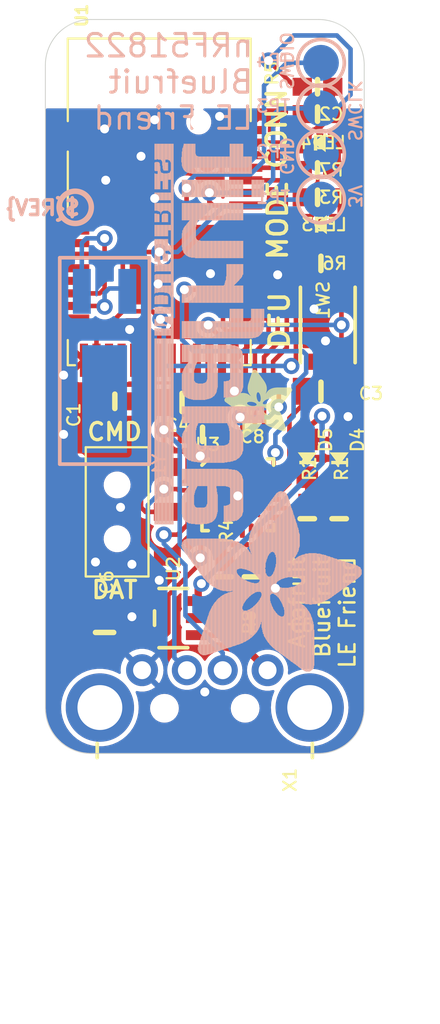
<source format=kicad_pcb>
(kicad_pcb (version 20221018) (generator pcbnew)
  (layers (0 "F.Cu" signal) (31 "B.Cu" signal) (34 "B.Paste" user) (35 "F.Paste" user) (36 "B.SilkS" user "B.Silkscreen") (37 "F.SilkS" user "F.Silkscreen") (38 "B.Mask" user) (39 "F.Mask" user) (44 "Edge.Cuts" user))
  (net 0 "")
  (net 1 "DCC")
  (net 2 "3.3V")
  (net 3 "GND")
  (net 4 "DEC2")
  (net 5 "N$3")
  (net 6 "TXD")
  (net 7 "RTS")
  (net 8 "CTS")
  (net 9 "SWCLK")
  (net 10 "SWDIO")
  (net 11 "RXD")
  (net 12 "MODE")
  (net 13 "N$10")
  (net 14 "BOOTLOADER")
  (net 15 "N$12")
  (net 16 "N$11")
  (net 17 "N$13")
  (net 18 "N$14")
  (net 19 "+5V")
  (net 20 "N$4")
  (net 21 "N$15")
  (net 22 "N$5")
  (net 23 "N$1")
  (net 24 "N$8")
  (net 25 "N$2")
  (net 26 "N$6")
  (net 27 "N$7")
  (footprint "working:EG1390" (layer "F.Cu") (at 143.6116 111.9886 -90)
    (fp_text reference "SW2" hide)
    (fp_text value "EG1213")
    (pad "" np_thru_hole circle (at -1.5 0 270) (size 1 1) (drill 1) (layers "*.Cu" "*.Mask"))
    (pad "" np_thru_hole circle (at 1.5 0 270) (size 1 1) (drill 1) (layers "*.Cu" "*.Mask"))
    (pad "O1" smd rect (at -2.5 -2.8 270) (size 1 1.5) (layers "F.Cu" "F.Paste" "F.Mask") (net 2 "3.3V"))
    (pad "O2" smd rect (at -2.5 2.8 270) (size 1 1.5) (layers "F.Cu" "F.Paste" "F.Mask"))
    (pad "P1" smd rect (at 0 -2.8 270) (size 1 1.5) (layers "F.Cu" "F.Paste" "F.Mask") (net 12 "MODE"))
    (pad "P2" smd rect (at 0 2.8 270) (size 1 1.5) (layers "F.Cu" "F.Paste" "F.Mask"))
    (pad "S1" smd rect (at 2.5 -2.8 270) (size 1 1.5) (layers "F.Cu" "F.Paste" "F.Mask") (net 3 "GND"))
    (pad "S2" smd rect (at 2.5 2.8 270) (size 1 1.5) (layers "F.Cu" "F.Paste" "F.Mask"))
  )
  (footprint "working:0805-NO" (layer "F.Cu") (at 151.1173 118.1862)
    (fp_text reference "C5" (at 2.032 0.127) (layer "F.SilkS") (effects (font (size 0.692831 0.692831) (thickness 0.119969)) (justify left)))
    (fp_text value "10uF")
    (pad "1" smd rect (at -0.95 0) (size 1.24 1.5) (layers "F.Cu" "F.Paste" "F.Mask") (net 19 "+5V"))
    (pad "2" smd rect (at 0.95 0) (size 1.24 1.5) (layers "F.Cu" "F.Paste" "F.Mask") (net 3 "GND"))
  )
  (footprint "working:CHIPLED_0805_NOOUTLINE" (layer "F.Cu") (at 155.9941 109.0041 180)
    (fp_text reference "D4" (at -1.016 1.778 90) (layer "F.SilkS") (effects (font (size 0.692831 0.692831) (thickness 0.119969)) (justify right)))
    (fp_text value "YELLOW")
    (pad "A" smd rect (at 0 1.05 180) (size 1.2 1.2) (layers "F.Cu" "F.Paste" "F.Mask") (net 19 "+5V"))
    (pad "C" smd rect (at 0 -1.05 180) (size 1.2 1.2) (layers "F.Cu" "F.Paste" "F.Mask") (net 25 "N$2"))
  )
  (footprint "working:0603-NO" (layer "F.Cu") (at 155.9941 112.3696 90)
    (fp_text reference "R1" (at 2.032 0.127 90) (layer "F.SilkS") (effects (font (size 0.692831 0.692831) (thickness 0.119969)) (justify left)))
    (fp_text value "1K")
    (pad "1" smd rect (at -0.85 0 90) (size 1.075 1) (layers "F.Cu" "F.Paste" "F.Mask") (net 21 "N$15"))
    (pad "2" smd rect (at 0.85 0 90) (size 1.075 1) (layers "F.Cu" "F.Paste" "F.Mask") (net 25 "N$2"))
  )
  (footprint "working:0603-NO" (layer "F.Cu") (at 154.2161 112.3696 90)
    (fp_text reference "R2" (at 2.032 0.127 90) (layer "F.SilkS") (effects (font (size 0.692831 0.692831) (thickness 0.119969)) (justify left)))
    (fp_text value "1K")
    (pad "1" smd rect (at -0.85 0 90) (size 1.075 1) (layers "F.Cu" "F.Paste" "F.Mask") (net 22 "N$5"))
    (pad "2" smd rect (at 0.85 0 90) (size 1.075 1) (layers "F.Cu" "F.Paste" "F.Mask") (net 26 "N$6"))
  )
  (footprint "working:0603-NO" (layer "F.Cu") (at 148.3741 107.6706)
    (fp_text reference "C8" (at 2.032 0.127) (layer "F.SilkS") (effects (font (size 0.692831 0.692831) (thickness 0.119969)) (justify left)))
    (fp_text value "1uF")
    (pad "1" smd rect (at -0.85 0) (size 1.075 1) (layers "F.Cu" "F.Paste" "F.Mask") (net 2 "3.3V"))
    (pad "2" smd rect (at 0.85 0) (size 1.075 1) (layers "F.Cu" "F.Paste" "F.Mask") (net 3 "GND"))
  )
  (footprint "working:0603-NO" (layer "F.Cu") (at 151.1046 115.6081 -90)
    (fp_text reference "R8" (at 1.778 0.127 90) (layer "F.SilkS") (effects (font (size 0.692831 0.692831) (thickness 0.119969)) (justify right)))
    (fp_text value "20K")
    (pad "1" smd rect (at -0.85 0 270) (size 1.075 1) (layers "F.Cu" "F.Paste" "F.Mask") (net 27 "N$7"))
    (pad "2" smd rect (at 0.85 0 270) (size 1.075 1) (layers "F.Cu" "F.Paste" "F.Mask") (net 3 "GND"))
  )
  (footprint "working:BTN_KMR2_4.6X2.8" (layer "F.Cu") (at 155.3591 101.5746 -90)
    (fp_text reference "SW1" (at -0.254 0.254 -270) (layer "F.SilkS") (effects (font (size 0.692831 0.692831) (thickness 0.119969)) (justify right mirror)))
    (fp_text value "KMR2")
    (pad "A" smd rect (at 2.05 -0.8 270) (size 0.9 0.9) (layers "F.Cu" "F.Paste" "F.Mask") (net 14 "BOOTLOADER"))
    (pad "A'" smd rect (at -2.05 -0.8 270) (size 0.9 0.9) (layers "F.Cu" "F.Paste" "F.Mask") (net 14 "BOOTLOADER"))
    (pad "B" smd rect (at 2.05 0.8 270) (size 0.9 0.9) (layers "F.Cu" "F.Paste" "F.Mask") (net 3 "GND"))
    (pad "B'" smd rect (at -2.05 0.8 270) (size 0.9 0.9) (layers "F.Cu" "F.Paste" "F.Mask") (net 3 "GND"))
  )
  (footprint "working:0603-NO" (layer "F.Cu") (at 154.7876 94.4626 180)
    (fp_text reference "R3" (at -1.524 0) (layer "F.SilkS") (effects (font (size 0.692831 0.692831) (thickness 0.119969)) (justify left mirror)))
    (fp_text value "1K")
    (pad "1" smd rect (at -0.85 0 180) (size 1.075 1) (layers "F.Cu" "F.Paste" "F.Mask") (net 5 "N$3"))
    (pad "2" smd rect (at 0.85 0 180) (size 1.075 1) (layers "F.Cu" "F.Paste" "F.Mask") (net 13 "N$10"))
  )
  (footprint "working:BLE_MODULE_RAYTAC_MDBT40" (layer "F.Cu") (at 145.9611 94.7166)
    (fp_text reference "U1" (at -4.318 -9.652 90) (layer "F.SilkS") (effects (font (size 0.625348 0.625348) (thickness 0.187452)) (justify left)))
    (fp_text value "MDBT40")
    (pad "" np_thru_hole circle (at 2.2 -4.45) (size 0.9 0.9) (drill 0.9) (layers "*.Cu" "*.Mask"))
    (pad "1" smd rect (at -4.825 -4) (size 1.85 0.45) (layers "F.Cu" "F.Paste" "F.Mask") (net 3 "GND"))
    (pad "2" smd rect (at -4.825 -3.3) (size 1.85 0.45) (layers "F.Cu" "F.Paste" "F.Mask") (net 3 "GND"))
    (pad "3" smd rect (at -4.825 0.9) (size 1.85 0.45) (layers "F.Cu" "F.Paste" "F.Mask") (net 2 "3.3V"))
    (pad "4" smd rect (at -4.825 1.6) (size 1.85 0.45) (layers "F.Cu" "F.Paste" "F.Mask"))
    (pad "5" smd rect (at -4.825 2.3) (size 1.85 0.45) (layers "F.Cu" "F.Paste" "F.Mask"))
    (pad "6" smd rect (at -4.825 3) (size 1.85 0.45) (layers "F.Cu" "F.Paste" "F.Mask"))
    (pad "7" smd rect (at -4.825 3.7) (size 1.85 0.45) (layers "F.Cu" "F.Paste" "F.Mask"))
    (pad "8" smd rect (at -4.825 4.4) (size 1.85 0.45) (layers "F.Cu" "F.Paste" "F.Mask"))
    (pad "9" smd rect (at -4.825 5.1) (size 1.85 0.45) (layers "F.Cu" "F.Paste" "F.Mask") (net 17 "N$13"))
    (pad "10" smd rect (at -4.825 5.8) (size 1.85 0.45) (layers "F.Cu" "F.Paste" "F.Mask") (net 18 "N$14"))
    (pad "11" smd rect (at -4.825 6.5) (size 1.85 0.45) (layers "F.Cu" "F.Paste" "F.Mask"))
    (pad "12" smd rect (at -4.825 7.2) (size 1.85 0.45) (layers "F.Cu" "F.Paste" "F.Mask"))
    (pad "13" smd rect (at -4.2 8.825 90) (size 1.85 0.45) (layers "F.Cu" "F.Paste" "F.Mask") (net 3 "GND"))
    (pad "14" smd rect (at -3.5 8.825 90) (size 1.85 0.45) (layers "F.Cu" "F.Paste" "F.Mask") (net 2 "3.3V"))
    (pad "15" smd rect (at -2.8 8.825 90) (size 1.85 0.45) (layers "F.Cu" "F.Paste" "F.Mask") (net 1 "DCC"))
    (pad "16" smd rect (at -2.1 8.825 90) (size 1.85 0.45) (layers "F.Cu" "F.Paste" "F.Mask") (net 3 "GND"))
    (pad "17" smd rect (at -1.4 8.825 90) (size 1.85 0.45) (layers "F.Cu" "F.Paste" "F.Mask"))
    (pad "18" smd rect (at -0.7 8.825 90) (size 1.85 0.45) (layers "F.Cu" "F.Paste" "F.Mask") (net 12 "MODE"))
    (pad "19" smd rect (at 0 8.825 90) (size 1.85 0.45) (layers "F.Cu" "F.Paste" "F.Mask"))
    (pad "20" smd rect (at 0.7 8.825 90) (size 1.85 0.45) (layers "F.Cu" "F.Paste" "F.Mask"))
    (pad "21" smd rect (at 1.4 8.825 90) (size 1.85 0.45) (layers "F.Cu" "F.Paste" "F.Mask"))
    (pad "22" smd rect (at 2.1 8.825 90) (size 1.85 0.45) (layers "F.Cu" "F.Paste" "F.Mask"))
    (pad "23" smd rect (at 2.8 8.825 90) (size 1.85 0.45) (layers "F.Cu" "F.Paste" "F.Mask"))
    (pad "24" smd rect (at 3.5 8.825 90) (size 1.85 0.45) (layers "F.Cu" "F.Paste" "F.Mask") (net 14 "BOOTLOADER"))
    (pad "25" smd rect (at 4.2 8.825 90) (size 1.85 0.45) (layers "F.Cu" "F.Paste" "F.Mask") (net 3 "GND"))
    (pad "26" smd rect (at 4.825 7.2) (size 1.85 0.45) (layers "F.Cu" "F.Paste" "F.Mask") (net 7 "RTS"))
    (pad "27" smd rect (at 4.825 6.5) (size 1.85 0.45) (layers "F.Cu" "F.Paste" "F.Mask") (net 6 "TXD"))
    (pad "28" smd rect (at 4.825 5.8) (size 1.85 0.45) (layers "F.Cu" "F.Paste" "F.Mask") (net 8 "CTS"))
    (pad "29" smd rect (at 4.825 5.1) (size 1.85 0.45) (layers "F.Cu" "F.Paste" "F.Mask") (net 11 "RXD"))
    (pad "30" smd rect (at 4.825 4.4) (size 1.85 0.45) (layers "F.Cu" "F.Paste" "F.Mask"))
    (pad "31" smd rect (at 4.825 3.7) (size 1.85 0.45) (layers "F.Cu" "F.Paste" "F.Mask"))
    (pad "32" smd rect (at 4.825 3) (size 1.85 0.45) (layers "F.Cu" "F.Paste" "F.Mask"))
    (pad "33" smd rect (at 4.825 2.3) (size 1.85 0.45) (layers "F.Cu" "F.Paste" "F.Mask"))
    (pad "34" smd rect (at 4.825 1.6) (size 1.85 0.45) (layers "F.Cu" "F.Paste" "F.Mask"))
    (pad "35" smd rect (at 4.825 0.9) (size 1.85 0.45) (layers "F.Cu" "F.Paste" "F.Mask") (net 10 "SWDIO"))
    (pad "36" smd rect (at 4.825 0.2) (size 1.85 0.45) (layers "F.Cu" "F.Paste" "F.Mask") (net 9 "SWCLK"))
    (pad "37" smd rect (at 4.825 -0.5) (size 1.85 0.45) (layers "F.Cu" "F.Paste" "F.Mask"))
    (pad "38" smd rect (at 4.825 -1.2) (size 1.85 0.45) (layers "F.Cu" "F.Paste" "F.Mask") (net 13 "N$10"))
    (pad "39" smd rect (at 4.825 -1.9) (size 1.85 0.45) (layers "F.Cu" "F.Paste" "F.Mask") (net 16 "N$11"))
    (pad "40" smd rect (at 4.825 -2.6) (size 1.85 0.45) (layers "F.Cu" "F.Paste" "F.Mask"))
    (pad "41" smd rect (at 4.825 -3.3) (size 1.85 0.45) (layers "F.Cu" "F.Paste" "F.Mask") (net 4 "DEC2"))
    (pad "42" smd rect (at 4.825 -4) (size 1.85 0.45) (layers "F.Cu" "F.Paste" "F.Mask") (net 3 "GND"))
  )
  (footprint "working:CHIPLED_0805_NOOUTLINE" (layer "F.Cu") (at 154.9781 95.9866 90)
    (fp_text reference "LED3" (at 0 1.524 180) (layer "F.SilkS") (effects (font (size 0.692831 0.692831) (thickness 0.119969)) (justify left mirror)))
    (fp_text value "RED")
    (pad "A" smd rect (at 0 1.05 90) (size 1.2 1.2) (layers "F.Cu" "F.Paste" "F.Mask") (net 5 "N$3"))
    (pad "C" smd rect (at 0 -1.05 90) (size 1.2 1.2) (layers "F.Cu" "F.Paste" "F.Mask") (net 3 "GND"))
  )
  (footprint "working:0805-NO" (layer "F.Cu") (at 147.2311 105.8926)
    (fp_text reference "C4" (at 0.508 1.27) (layer "F.SilkS") (effects (font (size 0.692831 0.692831) (thickness 0.119969)) (justify right)))
    (fp_text value "10uF")
    (pad "1" smd rect (at -0.95 0) (size 1.24 1.5) (layers "F.Cu" "F.Paste" "F.Mask") (net 2 "3.3V"))
    (pad "2" smd rect (at 0.95 0) (size 1.24 1.5) (layers "F.Cu" "F.Paste" "F.Mask") (net 3 "GND"))
  )
  (footprint "working:0603-NO" (layer "F.Cu") (at 154.9781 98.1456)
    (fp_text reference "R6" (at 1.524 0) (layer "F.SilkS") (effects (font (size 0.692831 0.692831) (thickness 0.119969)) (justify left mirror)))
    (fp_text value "10K")
    (pad "1" smd rect (at -0.85 0) (size 1.075 1) (layers "F.Cu" "F.Paste" "F.Mask") (net 2 "3.3V"))
    (pad "2" smd rect (at 0.85 0) (size 1.075 1) (layers "F.Cu" "F.Paste" "F.Mask") (net 14 "BOOTLOADER"))
  )
  (footprint "working:0805-NO" (layer "F.Cu") (at 142.9131 118.7069 90)
    (fp_text reference "C6" (at 2.032 0.127 90) (layer "F.SilkS") (effects (font (size 0.692831 0.692831) (thickness 0.119969)) (justify left)))
    (fp_text value "10uF")
    (pad "1" smd rect (at -0.95 0 90) (size 1.24 1.5) (layers "F.Cu" "F.Paste" "F.Mask") (net 2 "3.3V"))
    (pad "2" smd rect (at 0.95 0 90) (size 1.24 1.5) (layers "F.Cu" "F.Paste" "F.Mask") (net 3 "GND"))
  )
  (footprint "working:SOT23-5" (layer "F.Cu") (at 146.7485 117.9068 90)
    (fp_text reference "U2" (at 1.978 0 90) (layer "F.SilkS") (effects (font (size 0.692831 0.692831) (thickness 0.119969)) (justify left)))
    (fp_text value "AP2112K-3.3")
    (pad "1" smd rect (at -0.95 1.3001 90) (size 0.55 1.2) (layers "F.Cu" "F.Paste" "F.Mask") (net 19 "+5V"))
    (pad "2" smd rect (at 0 1.3001 90) (size 0.55 1.2) (layers "F.Cu" "F.Paste" "F.Mask") (net 3 "GND"))
    (pad "3" smd rect (at 0.95 1.3001 90) (size 0.55 1.2) (layers "F.Cu" "F.Paste" "F.Mask") (net 19 "+5V"))
    (pad "4" smd rect (at 0.95 -1.3001 90) (size 0.55 1.2) (layers "F.Cu" "F.Paste" "F.Mask"))
    (pad "5" smd rect (at -0.95 -1.3001 90) (size 0.55 1.2) (layers "F.Cu" "F.Paste" "F.Mask") (net 2 "3.3V"))
  )
  (footprint "working:0805-NO" (layer "F.Cu") (at 154.9781 105.2703)
    (fp_text reference "C3" (at 2.032 0.127) (layer "F.SilkS") (effects (font (size 0.692831 0.692831) (thickness 0.119969)) (justify left)))
    (fp_text value "10uF")
    (pad "1" smd rect (at -0.95 0) (size 1.24 1.5) (layers "F.Cu" "F.Paste" "F.Mask") (net 20 "N$4"))
    (pad "2" smd rect (at 0.95 0) (size 1.24 1.5) (layers "F.Cu" "F.Paste" "F.Mask") (net 3 "GND"))
  )
  (footprint "working:0603-NO" (layer "F.Cu") (at 154.7876 88.3031)
    (fp_text reference "R5" (at -2.54 0 90) (layer "F.SilkS") (effects (font (size 0.692831 0.692831) (thickness 0.119969)) (justify left)))
    (fp_text value "10K")
    (pad "1" smd rect (at -0.85 0) (size 1.075 1) (layers "F.Cu" "F.Paste" "F.Mask") (net 9 "SWCLK"))
    (pad "2" smd rect (at 0.85 0) (size 1.075 1) (layers "F.Cu" "F.Paste" "F.Mask") (net 3 "GND"))
  )
  (footprint "working:0603-NO" (layer "F.Cu") (at 149.5806 115.6081 90)
    (fp_text reference "R4" (at 1.778 0.127 90) (layer "F.SilkS") (effects (font (size 0.692831 0.692831) (thickness 0.119969)) (justify left)))
    (fp_text value "10K")
    (pad "1" smd rect (at -0.85 0 90) (size 1.075 1) (layers "F.Cu" "F.Paste" "F.Mask") (net 19 "+5V"))
    (pad "2" smd rect (at 0.85 0 90) (size 1.075 1) (layers "F.Cu" "F.Paste" "F.Mask") (net 27 "N$7"))
  )
  (footprint "working:CHIPLED_0805_NOOUTLINE" (layer "F.Cu") (at 154.9146 91.4146 90)
    (fp_text reference "LED4" (at 0 1.524 180) (layer "F.SilkS") (effects (font (size 0.692831 0.692831) (thickness 0.119969)) (justify left mirror)))
    (fp_text value "BLUE")
    (pad "A" smd rect (at 0 1.05 90) (size 1.2 1.2) (layers "F.Cu" "F.Paste" "F.Mask") (net 15 "N$12"))
    (pad "C" smd rect (at 0 -1.05 90) (size 1.2 1.2) (layers "F.Cu" "F.Paste" "F.Mask") (net 3 "GND"))
  )
  (footprint "working:CHIPLED_0805_NOOUTLINE" (layer "F.Cu") (at 154.2161 109.0041 180)
    (fp_text reference "D5" (at -1.016 1.778 90) (layer "F.SilkS") (effects (font (size 0.692831 0.692831) (thickness 0.119969)) (justify right)))
    (fp_text value "YELLOW")
    (pad "A" smd rect (at 0 1.05 180) (size 1.2 1.2) (layers "F.Cu" "F.Paste" "F.Mask") (net 19 "+5V"))
    (pad "C" smd rect (at 0 -1.05 180) (size 1.2 1.2) (layers "F.Cu" "F.Paste" "F.Mask") (net 26 "N$6"))
  )
  (footprint "working:FIDUCIAL_1MM" (layer "F.Cu") (at 148.6281 92.5576)
    (fp_text reference "FID1" hide)
    (fp_text value "FIDUCIAL_1MM" hide)
    (pad "1" smd roundrect (at 0 0) (size 1 1) (layers "F.Cu" "F.Mask") (roundrect_rratio 0.5))
  )
  (footprint "working:ADAFRUIT_3.5MM" (layer "F.Cu") (at 153.3906 107.8611 90)
    (fp_text reference "U$31" hide)
    (fp_text value "" hide)
  )
  (footprint "working:QFN24_4MM_SMSC" (layer "F.Cu") (at 150.3426 111.0361)
    (fp_text reference "U3" (at -2.45 -2.8) (layer "F.SilkS") (effects (font (size 0.692831 0.692831) (thickness 0.119969)) (justify left)))
    (fp_text value "CP210x")
    (pad "1" smd roundrect (at -2 -1.25 180) (size 0.8 0.28) (layers "F.Cu" "F.Paste" "F.Mask"))
    (pad "2" smd roundrect (at -2 -0.75 180) (size 0.8 0.28) (layers "F.Cu" "F.Paste" "F.Mask") (net 3 "GND"))
    (pad "3" smd roundrect (at -2 -0.25 180) (size 0.8 0.28) (layers "F.Cu" "F.Paste" "F.Mask") (net 24 "N$8"))
    (pad "4" smd roundrect (at -2 0.25 180) (size 0.8 0.28) (layers "F.Cu" "F.Paste" "F.Mask") (net 23 "N$1"))
    (pad "5" smd roundrect (at -2 0.75 180) (size 0.8 0.28) (layers "F.Cu" "F.Paste" "F.Mask") (net 2 "3.3V"))
    (pad "6" smd roundrect (at -2 1.25 180) (size 0.8 0.28) (layers "F.Cu" "F.Paste" "F.Mask") (net 2 "3.3V"))
    (pad "7" smd roundrect (at -1.25 2 90) (size 0.8 0.28) (layers "F.Cu" "F.Paste" "F.Mask") (net 2 "3.3V"))
    (pad "8" smd roundrect (at -0.75 2 90) (size 0.8 0.28) (layers "F.Cu" "F.Paste" "F.Mask") (net 27 "N$7"))
    (pad "9" smd roundrect (at -0.25 2 90) (size 0.8 0.28) (layers "F.Cu" "F.Paste" "F.Mask"))
    (pad "10" smd roundrect (at 0.25 2 90) (size 0.8 0.28) (layers "F.Cu" "F.Paste" "F.Mask"))
    (pad "11" smd roundrect (at 0.75 2 90) (size 0.8 0.28) (layers "F.Cu" "F.Paste" "F.Mask"))
    (pad "12" smd roundrect (at 1.25 2 90) (size 0.8 0.28) (layers "F.Cu" "F.Paste" "F.Mask"))
    (pad "13" smd roundrect (at 2 1.25) (size 0.8 0.28) (layers "F.Cu" "F.Paste" "F.Mask") (net 21 "N$15"))
    (pad "14" smd roundrect (at 2 0.75) (size 0.8 0.28) (layers "F.Cu" "F.Paste" "F.Mask") (net 22 "N$5"))
    (pad "15" smd roundrect (at 2 0.25) (size 0.8 0.28) (layers "F.Cu" "F.Paste" "F.Mask"))
    (pad "16" smd roundrect (at 2 -0.25) (size 0.8 0.28) (layers "F.Cu" "F.Paste" "F.Mask") (net 20 "N$4"))
    (pad "17" smd roundrect (at 2 -0.75) (size 0.8 0.28) (layers "F.Cu" "F.Paste" "F.Mask"))
    (pad "18" smd roundrect (at 2 -1.25) (size 0.8 0.28) (layers "F.Cu" "F.Paste" "F.Mask") (net 7 "RTS"))
    (pad "19" smd roundrect (at 1.25 -2 270) (size 0.8 0.28) (layers "F.Cu" "F.Paste" "F.Mask") (net 8 "CTS"))
    (pad "20" smd roundrect (at 0.75 -2 270) (size 0.8 0.28) (layers "F.Cu" "F.Paste" "F.Mask") (net 6 "TXD"))
    (pad "21" smd roundrect (at 0.25 -2 270) (size 0.8 0.28) (layers "F.Cu" "F.Paste" "F.Mask") (net 11 "RXD"))
    (pad "22" smd roundrect (at -0.25 -2 270) (size 0.8 0.28) (layers "F.Cu" "F.Paste" "F.Mask"))
    (pad "23" smd roundrect (at -0.75 -2 270) (size 0.8 0.28) (layers "F.Cu" "F.Paste" "F.Mask"))
    (pad "24" smd roundrect (at -1.25 -2 270) (size 0.8 0.28) (layers "F.Cu" "F.Paste" "F.Mask"))
    (pad "THERM" smd rect (at 0 0) (size 2.5 2.5) (layers "F.Cu" "F.Mask") (net 3 "GND"))
  )
  (footprint "working:USB_A-THM" (layer "F.Cu") (at 148.5011 122.9106 180)
    (fp_text reference "X1" (at -4.75 -3.272 90) (layer "F.SilkS") (effects (font (size 0.692831 0.692831) (thickness 0.119969)) (justify right)))
    (fp_text value "USB-A")
    (pad "" np_thru_hole circle (at -2.25 -0.022 180) (size 1.1 1.1) (drill 1.1) (layers "*.Cu" "*.Mask"))
    (pad "" np_thru_hole circle (at 2.25 -0.022 180) (size 1.1 1.1) (drill 1.1) (layers "*.Cu" "*.Mask"))
    (pad "D+" thru_hole circle (at 1 2.1 90) (size 1.6764 1.6764) (drill 1) (layers "*.Cu" "*.Mask") (net 24 "N$8"))
    (pad "D-" thru_hole circle (at -1 2.1 90) (size 1.6764 1.6764) (drill 1) (layers "*.Cu" "*.Mask") (net 23 "N$1"))
    (pad "GND" thru_hole circle (at 3.5 2.1 180) (size 1.778 1.778) (drill 1) (layers "*.Cu" "*.Mask") (net 3 "GND"))
    (pad "MNT1" thru_hole circle (at -5.85 0.02 180) (size 3.81 3.81) (drill 2.5) (layers "*.Cu" "*.Mask"))
    (pad "MNT2" thru_hole circle (at 5.85 0.02 180) (size 3.81 3.81) (drill 2.5) (layers "*.Cu" "*.Mask"))
    (pad "VBUS" thru_hole circle (at -3.5 2.1 180) (size 1.778 1.778) (drill 1) (layers "*.Cu" "*.Mask") (net 19 "+5V"))
  )
  (footprint "working:0603-NO" (layer "F.Cu") (at 154.7876 92.9386 180)
    (fp_text reference "R7" (at -1.524 0) (layer "F.SilkS") (effects (font (size 0.692831 0.692831) (thickness 0.119969)) (justify left mirror)))
    (fp_text value "1K")
    (pad "1" smd rect (at -0.85 0 180) (size 1.075 1) (layers "F.Cu" "F.Paste" "F.Mask") (net 15 "N$12"))
    (pad "2" smd rect (at 0.85 0 180) (size 1.075 1) (layers "F.Cu" "F.Paste" "F.Mask") (net 16 "N$11"))
  )
  (footprint "working:FIDUCIAL_1MM" (layer "F.Cu") (at 140.8811 117.8306)
    (fp_text reference "FID2" hide)
    (fp_text value "FIDUCIAL_1MM" hide)
    (pad "1" smd roundrect (at 0 0) (size 1 1) (layers "F.Cu" "F.Mask") (roundrect_rratio 0.5))
  )
  (footprint "working:0603-NO" (layer "F.Cu") (at 143.4846 105.8291)
    (fp_text reference "C1" (at -2.286 0 90) (layer "F.SilkS") (effects (font (size 0.692831 0.692831) (thickness 0.119969)) (justify right)))
    (fp_text value "1uF")
    (pad "1" smd rect (at -0.85 0) (size 1.075 1) (layers "F.Cu" "F.Paste" "F.Mask") (net 2 "3.3V"))
    (pad "2" smd rect (at 0.85 0) (size 1.075 1) (layers "F.Cu" "F.Paste" "F.Mask") (net 3 "GND"))
  )
  (footprint "working:0603-NO" (layer "F.Cu") (at 154.7876 89.8271)
    (fp_text reference "C2" (at 1.524 0) (layer "F.SilkS") (effects (font (size 0.692831 0.692831) (thickness 0.119969)) (justify left mirror)))
    (fp_text value "1uF")
    (pad "1" smd rect (at -0.85 0) (size 1.075 1) (layers "F.Cu" "F.Paste" "F.Mask") (net 4 "DEC2"))
    (pad "2" smd rect (at 0.85 0) (size 1.075 1) (layers "F.Cu" "F.Paste" "F.Mask") (net 3 "GND"))
  )
  (footprint "working:TESTPOINT_ROUND_2MM" (layer "B.Cu") (at 154.9781 94.5896 180)
    (fp_text reference "TP1" (at 1.651 0.127) (layer "B.SilkS") (effects (font (size 0.692831 0.692831) (thickness 0.119969)) (justify left mirror)))
    (fp_text value "")
    (pad "P$1" smd roundrect (at 0 0 180) (size 2 2) (layers "B.Cu" "B.Mask") (roundrect_rratio 0.5) (net 2 "3.3V"))
  )
  (footprint "working:PCBFEAT-REV-040" (layer "B.Cu") (at 141.2748 95.0214 180)
    (fp_text reference "U$16" hide)
    (fp_text value "" hide)
    (fp_text user "${REV}" (at -0.3556 -0.508) (layer "B.SilkS") (effects (font (size 0.8128 0.8128) (thickness 0.2032)) (justify left bottom mirror)))
  )
  (footprint "working:ADAFRUIT_TEXT_30MM" (layer "B.Cu") (at 145.7071 121.1326 90)
    (fp_text reference "U$22" hide)
    (fp_text value "" hide)
  )
  (footprint "working:CRYSTAL_CYL_2X6MM_SMT" (layer "B.Cu") (at 142.9131 101.8286 90)
    (fp_text reference "Y1" (at -6.85 3.04 90) (layer "B.SilkS") (effects (font (size 0.692831 0.692831) (thickness 0.119969)) (justify left mirror)))
    (fp_text value "DNC")
    (pad "1" smd rect (at 2.125 1.27 90) (size 2.5 1) (layers "B.Cu" "B.Paste" "B.Mask") (net 18 "N$14"))
    (pad "2" smd rect (at 2.125 -1.27 90) (size 2.5 1) (layers "B.Cu" "B.Paste" "B.Mask") (net 17 "N$13"))
    (pad "CYLINDER" smd rect (at -3.875 0 90) (size 6 2.5) (layers "B.Cu" "B.Paste" "B.Mask"))
  )
  (footprint "working:TESTPOINT_ROUND_2MM" (layer "B.Cu") (at 154.9781 86.9696 180)
    (fp_text reference "TP4" (at 1.651 0.127) (layer "B.SilkS") (effects (font (size 0.692831 0.692831) (thickness 0.119969)) (justify left mirror)))
    (fp_text value "")
    (pad "P$1" smd roundrect (at 0 0 180) (size 2 2) (layers "B.Cu" "B.Mask") (roundrect_rratio 0.5) (net 10 "SWDIO"))
  )
  (footprint "working:TESTPOINT_ROUND_2MM" (layer "B.Cu") (at 154.9781 92.0496 180)
    (fp_text reference "TP2" (at 1.651 0.127) (layer "B.SilkS") (effects (font (size 0.692831 0.692831) (thickness 0.119969)) (justify left mirror)))
    (fp_text value "")
    (pad "P$1" smd roundrect (at 0 0 180) (size 2 2) (layers "B.Cu" "B.Mask") (roundrect_rratio 0.5) (net 3 "GND"))
  )
  (footprint "working:TESTPOINT_ROUND_2MM" (layer "B.Cu") (at 154.9781 89.5096 180)
    (fp_text reference "TP3" (at 1.651 0.127) (layer "B.SilkS") (effects (font (size 0.692831 0.692831) (thickness 0.119969)) (justify left mirror)))
    (fp_text value "")
    (pad "P$1" smd roundrect (at 0 0 180) (size 2 2) (layers "B.Cu" "B.Mask") (roundrect_rratio 0.5) (net 9 "SWCLK"))
  )
  (gr_line (start 139.6111 87.0966) (end 139.6111 122.9106) (stroke (width 0.05)) (layer "Edge.Cuts"))
  (gr_line (start 157.3911 122.9106) (end 157.3911 87.0966) (stroke (width 0.05)) (layer "Edge.Cuts"))
  (gr_arc (start 154.8511 84.5566) (mid 156.647151 85.300549) (end 157.3911 87.0966) (stroke (width 0.05)) (layer "Edge.Cuts"))
  (gr_line (start 142.1511 125.4506) (end 154.8511 125.4506) (stroke (width 0.05)) (layer "Edge.Cuts"))
  (gr_arc (start 157.3911 122.9106) (mid 156.647151 124.706651) (end 154.8511 125.4506) (stroke (width 0.05)) (layer "Edge.Cuts"))
  (gr_arc (start 139.6111 87.0966) (mid 140.355049 85.300549) (end 142.1511 84.5566) (stroke (width 0.05)) (layer "Edge.Cuts"))
  (gr_arc (start 142.1511 125.4506) (mid 140.355049 124.706651) (end 139.6111 122.9106) (stroke (width 0.05)) (layer "Edge.Cuts"))
  (gr_line (start 154.8511 84.5566) (end 142.1511 84.5566) (stroke (width 0.05)) (layer "Edge.Cuts"))
  (gr_text "nRF51822 \nBluefruit\nLE Friend" (at 151.2951 90.7796) (layer "B.SilkS") (effects (font (size 1.251712 1.251712) (thickness 0.170688)) (justify left bottom mirror)))
  (gr_text "3V" (at 157.2641 93.7006 -90) (layer "B.SilkS") (effects (font (size 0.69088 0.69088) (thickness 0.12192)) (justify right top mirror)))
  (gr_text "SWDIO" (at 153.4541 85.1916 -90) (layer "B.SilkS") (effects (font (size 0.69088 0.69088) (thickness 0.12192)) (justify right top mirror)))
  (gr_text "GND" (at 153.4541 91.0336 -90) (layer "B.SilkS") (effects (font (size 0.69088 0.69088) (thickness 0.12192)) (justify right top mirror)))
  (gr_text "SWCLK" (at 157.2641 87.8586 -90) (layer "B.SilkS") (effects (font (size 0.69088 0.69088) (thickness 0.12192)) (justify right top mirror)))
  (gr_text "MODE" (at 152.5651 95.7326 90) (layer "F.SilkS") (effects (font (size 1.0668 1.0668) (thickness 0.2032))))
  (gr_text "CONN" (at 152.5016 90.6526 90) (layer "F.SilkS") (effects (font (size 1.0668 1.0668) (thickness 0.2032))))
  (gr_text "DAT" (at 143.4719 116.332) (layer "F.SilkS") (effects (font (size 0.96012 0.96012) (thickness 0.18288))))
  (gr_text "Adafruit\nBluefruit\nLE Friend" (at 155.0416 114.4016 90) (layer "F.SilkS") (effects (font (size 0.87376 0.87376) (thickness 0.14224)) (justify right)))
  (gr_text "CMD" (at 143.4719 107.5309) (layer "F.SilkS") (effects (font (size 0.96012 0.96012) (thickness 0.18288))))
  (gr_text "DFU" (at 152.6667 101.3206 90) (layer "F.SilkS") (effects (font (size 1.0668 1.0668) (thickness 0.2032))))
  (segment (start 146.2151 107.4166) (end 146.2811 105.8926) (width 0.254) (layer "F.Cu") (net 2))
  (segment (start 147.5241 107.6706) (end 146.4691 107.6706) (width 0.254) (layer "F.Cu") (net 2))
  (segment (start 148.3746 113.0361) (end 149.0926 113.0361) (width 0.254) (layer "F.Cu") (net 2))
  (segment (start 146.2151 107.4166) (end 146.2151 109.2921) (width 0.254) (layer "F.Cu") (net 2))
  (segment (start 146.3421 118.8466) (end 145.4586 118.8466) (width 0.254) (layer "F.Cu") (net 2))
  (segment (start 142.4611 103.5416) (end 142.4611 105.583235) (width 0.254) (layer "F.Cu") (net 2))
  (segment (start 142.9918 119.7356) (end 142.9131 119.6569) (width 0.3048) (layer "F.Cu") (net 2))
  (segment (start 146.4691 116.6241) (end 146.4691 118.7196) (width 0.254) (layer "F.Cu") (net 2))
  (segment (start 146.2151 109.2921) (end 146.4116 109.4886) (width 0.254) (layer "F.Cu") (net 2))
  (segment (start 153.5811 103.6066) (end 153.3271 103.8606) (width 0.254) (layer "F.Cu") (net 2))
  (segment (start 146.4691 107.6706) (end 146.2151 107.4166) (width 0.254) (layer "F.Cu") (net 2))
  (segment (start 154.1281 98.1456) (end 153.5811 98.6536) (width 0.254) (layer "F.Cu") (net 2))
  (segment (start 148.2791 114.5606) (end 148.2791 114.8141) (width 0.254) (layer "F.Cu") (net 2))
  (segment (start 146.4691 118.7196) (end 146.3421 118.8466) (width 0.254) (layer "F.Cu") (net 2))
  (segment (start 143.9291 100.8126) (end 143.9291 97.5106) (width 0.254) (layer "F.Cu") (net 2))
  (segment (start 143.9291 100.8126) (end 145.5801 100.8126) (width 0.254) (layer "F.Cu") (net 2))
  (segment (start 144.4904 118.8568) (end 143.6116 119.7356) (width 0.3048) (layer "F.Cu") (net 2))
  (segment (start 143.9291 97.5106) (end 143.9291 96.3676) (width 0.254) (layer "F.Cu") (net 2))
  (segment (start 148.3426 113.0041) (end 148.3746 113.0361) (width 0.254) (layer "F.Cu") (net 2))
  (segment (start 148.2791 114.8141) (end 146.4691 116.6241) (width 0.254) (layer "F.Cu") (net 2))
  (segment (start 143.6116 119.7356) (end 142.9918 119.7356) (width 0.3048) (layer "F.Cu") (net 2))
  (segment (start 148.3426 112.2861) (end 148.3426 113.0041) (width 0.254) (layer "F.Cu") (net 2))
  (segment (start 145.9611 97.5106) (end 143.9291 97.5106) (width 0.254) (layer "F.Cu") (net 2))
  (segment (start 141.1361 95.6166) (end 143.1781 95.6166) (width 0.254) (layer "F.Cu") (net 2))
  (segment (start 153.5811 98.6536) (end 153.5811 103.6066) (width 0.254) (layer "F.Cu") (net 2))
  (segment (start 148.2791 113.1316) (end 148.3746 113.0361) (width 0.254) (layer "F.Cu") (net 2))
  (segment (start 142.4611 102.2806) (end 143.9291 100.8126) (width 0.254) (layer "F.Cu") (net 2))
  (segment (start 145.4586 118.8466) (end 145.4484 118.8568) (width 0.254) (layer "F.Cu") (net 2))
  (segment (start 148.2791 114.5606) (end 148.2471 114.554) (width 0.254) (layer "F.Cu") (net 2))
  (segment (start 145.4484 118.8568) (end 144.4904 118.8568) (width 0.3048) (layer "F.Cu") (net 2))
  (segment (start 148.3426 111.7861) (end 148.3426 112.2861) (width 0.254) (layer "F.Cu") (net 2))
  (segment (start 143.1781 95.6166) (end 143.9291 96.3676) (width 0.254) (layer "F.Cu") (net 2))
  (segment (start 145.5801 100.8126) (end 146.0246 101.2571) (width 0.254) (layer "F.Cu") (net 2))
  (segment (start 148.2791 114.5606) (end 148.2791 113.1316) (width 0.254) (layer "F.Cu") (net 2))
  (segment (start 142.4611 103.5416) (end 142.4611 102.2806) (width 0.254) (layer "F.Cu") (net 2))
  (segment (start 142.4611 105.583235) (end 142.6346 105.8291) (width 0.254) (layer "F.Cu") (net 2))
  (via (at 148.2471 114.554) (size 0.9064) (drill 0.5) (layers "F.Cu" "B.Cu") (net 2))
  (via (at 145.9611 97.5106) (size 0.9064) (drill 0.5) (layers "F.Cu" "B.Cu") (net 2))
  (via (at 153.3271 103.8606) (size 0.9064) (drill 0.5) (layers "F.Cu" "B.Cu") (net 2))
  (via (at 146.0246 101.2571) (size 0.9064) (drill 0.5) (layers "F.Cu" "B.Cu") (net 2))
  (via (at 146.2151 107.4166) (size 0.9064) (drill 0.5) (layers "F.Cu" "B.Cu") (net 2))
  (segment (start 148.2471 114.554) (end 147.8661 114.554) (width 0.254) (layer "B.Cu") (net 2))
  (segment (start 147.1041 113.792) (end 147.1041 108.3056) (width 0.254) (layer "B.Cu") (net 2))
  (segment (start 153.3271 103.8606) (end 146.2151 103.8606) (width 0.254) (layer "B.Cu") (net 2))
  (segment (start 149.5171 94.9706) (end 146.9771 97.5106) (width 0.254) (layer "B.Cu") (net 2))
  (segment (start 151.8031 94.9706) (end 149.5171 94.9706) (width 0.254) (layer "B.Cu") (net 2))
  (segment (start 154.9781 94.5896) (end 152.1841 94.5896) (width 0.254) (layer "B.Cu") (net 2))
  (segment (start 146.2151 101.4476) (end 146.0246 101.2571) (width 0.254) (layer "B.Cu") (net 2))
  (segment (start 152.1841 94.5896) (end 151.8031 94.9706) (width 0.254) (layer "B.Cu") (net 2))
  (segment (start 147.1041 108.3056) (end 146.2151 107.4166) (width 0.254) (layer "B.Cu") (net 2))
  (segment (start 146.2151 101.4476) (end 146.2151 103.8606) (width 0.254) (layer "B.Cu") (net 2))
  (segment (start 147.8661 114.554) (end 147.1041 113.792) (width 0.254) (layer "B.Cu") (net 2))
  (segment (start 146.2151 103.8606) (end 146.2151 107.4166) (width 0.254) (layer "B.Cu") (net 2))
  (segment (start 146.9771 97.5106) (end 145.9611 97.5106) (width 0.254) (layer "B.Cu") (net 2))
  (segment (start 149.222275 110.2861) (end 148.3426 110.2861) (width 0.254) (layer "F.Cu") (net 3))
  (segment (start 154.7241 95.9866) (end 153.9281 95.9866) (width 0.2032) (layer "F.Cu") (net 3))
  (segment (start 154.7953 95.08885) (end 154.8511 95.14465) (width 0.2032) (layer "F.Cu") (net 3))
  (segment (start 150.3426 111.094232) (end 150.2671 111.176116) (width 0.254) (layer "F.Cu") (net 3))
  (segment (start 149.878321 110.787338) (end 149.222275 110.2861) (width 0.254) (layer "F.Cu") (net 3))
  (segment (start 155.6376 88.3031) (end 155.6376 89.8271) (width 0.254) (layer "F.Cu") (net 3))
  (segment (start 155.6376 89.8271) (end 155.299646 89.315054) (width 0.254) (layer "F.Cu") (net 3))
  (segment (start 150.2671 111.176116) (end 150.054362 111.406863) (width 0.254) (layer "F.Cu") (net 3))
  (segment (start 154.8511 89.7636) (end 154.8511 91.4146) (width 0.254) (layer "F.Cu") (net 3))
  (segment (start 150.2671 111.6196) (end 150.054362 111.406863) (width 0.254) (layer "F.Cu") (net 3))
  (segment (start 142.8491 90.7166) (end 142.9131 90.6526) (width 0.254) (layer "F.Cu") (net 3))
  (segment (start 154.60135 92.1338) (end 154.7953 92.32775) (width 0.2032) (layer "F.Cu") (net 3))
  (segment (start 155.299646 89.315054) (end 154.8511 89.7636) (width 0.254) (layer "F.Cu") (net 3))
  (segment (start 154.5838 92.1338) (end 154.60135 92.1338) (width 0.2032) (layer "F.Cu") (net 3))
  (segment (start 154.7953 92.32775) (end 154.7953 95.08885) (width 0.2032) (layer "F.Cu") (net 3))
  (segment (start 154.8511 95.8596) (end 154.7241 95.9866) (width 0.2032) (layer "F.Cu") (net 3))
  (segment (start 150.3426 111.0361) (end 150.3426 111.094232) (width 0.254) (layer "F.Cu") (net 3))
  (segment (start 149.2241 107.6706) (end 149.344987 107.056488) (width 0.3048) (layer "F.Cu") (net 3))
  (segment (start 154.8511 95.14465) (end 154.8511 95.8596) (width 0.2032) (layer "F.Cu") (net 3))
  (segment (start 153.8646 91.4146) (end 154.5838 92.1338) (width 0.2032) (layer "F.Cu") (net 3))
  (segment (start 141.1361 90.7166) (end 142.8491 90.7166) (width 0.254) (layer "F.Cu") (net 3))
  (segment (start 150.2671 111.176116) (end 149.878321 110.787338) (width 0.254) (layer "F.Cu") (net 3))
  (via (at 145.7071 90.1446) (size 0.9064) (drill 0.5) (layers "F.Cu" "B.Cu") (net 3))
  (via (at 145.8976 99.2886) (size 0.9064) (drill 0.5) (layers "F.Cu" "B.Cu") (net 3))
  (via (at 154.5971 100.6856) (size 0.9064) (drill 0.5) (layers "F.Cu" "B.Cu") (net 3))
  (via (at 156.4894 106.68) (size 0.9064) (drill 0.5) (layers "F.Cu" "B.Cu") (net 3))
  (via (at 150.3426 111.0996) (size 0.9064) (drill 0.5) (layers "F.Cu" "B.Cu") (net 3))
  (via (at 152.4381 116.2431) (size 0.9064) (drill 0.5) (layers "F.Cu" "B.Cu") (net 3))
  (via (at 152.5651 98.7806) (size 0.9064) (drill 0.5) (layers "F.Cu" "B.Cu") (net 3))
  (via (at 148.8186 98.7171) (size 0.9064) (drill 0.5) (layers "F.Cu" "B.Cu") (net 3))
  (via (at 142.4051 114.7826) (size 0.9064) (drill 0.5) (layers "F.Cu" "B.Cu") (net 3))
  (via (at 144.9451 92.1766) (size 0.9064) (drill 0.5) (layers "F.Cu" "B.Cu") (net 3))
  (via (at 142.9766 93.5101) (size 0.9064) (drill 0.5) (layers "F.Cu" "B.Cu") (net 3))
  (via (at 140.6271 104.3686) (size 0.9064) (drill 0.5) (layers "F.Cu" "B.Cu") (net 3))
  (via (at 142.9131 90.6526) (size 0.9064) (drill 0.5) (layers "F.Cu" "B.Cu") (net 3))
  (via (at 148.5011 122.0216) (size 0.9064) (drill 0.5) (layers "F.Cu" "B.Cu") (net 3))
  (via (at 144.4371 117.8306) (size 0.9064) (drill 0.5) (layers "F.Cu" "B.Cu") (net 3))
  (via (at 145.7071 94.5261) (size 0.9064) (drill 0.5) (layers "F.Cu" "B.Cu") (net 3))
  (via (at 140.6271 107.6706) (size 0.9064) (drill 0.5) (layers "F.Cu" "B.Cu") (net 3))
  (via (at 150.1521 105.2576) (size 0.9064) (drill 0.5) (layers "F.Cu" "B.Cu") (net 3))
  (via (at 144.3101 101.8286) (size 0.9064) (drill 0.5) (layers "F.Cu" "B.Cu") (net 3))
  (via (at 155.2321 102.4636) (size 0.9064) (drill 0.5) (layers "F.Cu" "B.Cu") (net 3))
  (via (at 143.8021 111.7346) (size 0.9064) (drill 0.5) (layers "F.Cu" "B.Cu") (net 3))
  (via (at 149.3266 89.9541) (size 0.9064) (drill 0.5) (layers "F.Cu" "B.Cu") (net 3))
  (via (at 145.9611 115.7986) (size 0.9064) (drill 0.5) (layers "F.Cu" "B.Cu") (net 3))
  (via (at 144.4371 114.9096) (size 0.9064) (drill 0.5) (layers "F.Cu" "B.Cu") (net 3))
  (via (at 148.2471 108.8771) (size 0.9064) (drill 0.5) (layers "F.Cu" "B.Cu") (net 3))
  (segment (start 142.9131 90.6526) (end 142.9131 90.9066) (width 0.254) (layer "B.Cu") (net 3))
  (segment (start 150.7861 91.4166) (end 152.8171 91.4166) (width 0.254) (layer "F.Cu") (net 4))
  (segment (start 153.7471 90.0176) (end 153.5811 90.0176) (width 0.254) (layer "F.Cu") (net 4))
  (segment (start 152.8231 90.6486) (end 153.5811 89.8906) (width 0.254) (layer "F.Cu") (net 4))
  (segment (start 152.8171 91.4166) (end 152.8231 90.6486) (width 0.254) (layer "F.Cu") (net 4))
  (segment (start 153.9376 89.8271) (end 153.7471 90.0176) (width 0.254) (layer "F.Cu") (net 4))
  (segment (start 153.5811 90.0176) (end 153.5811 89.8906) (width 0.254) (layer "F.Cu") (net 4))
  (segment (start 156.0281 94.8531) (end 155.6376 94.4626) (width 0.254) (layer "F.Cu") (net 5))
  (segment (start 156.0281 95.9866) (end 156.0281 94.8531) (width 0.254) (layer "F.Cu") (net 5))
  (segment (start 151.2951 107.2896) (end 151.0926 107.4921) (width 0.254) (layer "F.Cu") (net 6))
  (segment (start 151.9531 101.2166) (end 152.0571 101.3206) (width 0.254) (layer "F.Cu") (net 6))
  (segment (start 151.0926 107.4921) (end 151.0926 109.0361) (width 0.254) (layer "F.Cu") (net 6))
  (segment (start 152.0571 102.3366) (end 151.2951 103.0986) (width 0.254) (layer "F.Cu") (net 6))
  (segment (start 152.0571 101.3206) (end 152.0571 102.3366) (width 0.254) (layer "F.Cu") (net 6))
  (segment (start 150.7861 101.2166) (end 151.9531 101.2166) (width 0.254) (layer "F.Cu") (net 6))
  (segment (start 151.2951 103.0986) (end 151.2951 107.2896) (width 0.254) (layer "F.Cu") (net 6))
  (segment (start 152.3426 108.718597) (end 152.4381 108.6866) (width 0.254) (layer "F.Cu") (net 7))
  (segment (start 150.7861 101.9166) (end 149.7321 101.9166) (width 0.254) (layer "F.Cu") (net 7))
  (segment (start 148.4376 99.6061) (end 147.3581 99.6061) (width 0.254) (layer "F.Cu") (net 7))
  (segment (start 149.7321 101.9166) (end 149.5171 101.7016) (width 0.254) (layer "F.Cu") (net 7))
  (segment (start 149.5171 100.6856) (end 148.4376 99.6061) (width 0.254) (layer "F.Cu") (net 7))
  (segment (start 149.5171 101.7016) (end 149.5171 100.6856) (width 0.254) (layer "F.Cu") (net 7))
  (segment (start 152.3426 109.7861) (end 152.3426 108.718597) (width 0.254) (layer "F.Cu") (net 7))
  (via (at 147.3581 99.6061) (size 0.9064) (drill 0.5) (layers "F.Cu" "B.Cu") (net 7))
  (via (at 152.4381 108.6866) (size 0.9064) (drill 0.5) (layers "F.Cu" "B.Cu") (net 7))
  (segment (start 153.4541 106.6546) (end 153.4541 104.9401) (width 0.254) (layer "B.Cu") (net 7))
  (segment (start 154.1526 103.2256) (end 153.9621 103.0351) (width 0.254) (layer "B.Cu") (net 7))
  (segment (start 154.1526 104.2416) (end 154.1526 103.2256) (width 0.254) (layer "B.Cu") (net 7))
  (segment (start 152.4381 108.6866) (end 152.4381 107.6706) (width 0.254) (layer "B.Cu") (net 7))
  (segment (start 147.2311 99.7331) (end 147.3581 99.6061) (width 0.254) (layer "B.Cu") (net 7))
  (segment (start 147.8661 103.0351) (end 147.2311 102.4001) (width 0.254) (layer "B.Cu") (net 7))
  (segment (start 147.2311 99.7331) (end 147.2311 102.4001) (width 0.254) (layer "B.Cu") (net 7))
  (segment (start 152.4381 107.6706) (end 153.4541 106.6546) (width 0.254) (layer "B.Cu") (net 7))
  (segment (start 153.9621 103.0351) (end 147.8661 103.0351) (width 0.254) (layer "B.Cu") (net 7))
  (segment (start 153.4541 104.9401) (end 154.1526 104.2416) (width 0.254) (layer "B.Cu") (net 7))
  (segment (start 150.7861 100.5166) (end 152.2691 100.5166) (width 0.254) (layer "F.Cu") (net 8))
  (segment (start 152.2691 100.5166) (end 152.5651 100.8126) (width 0.254) (layer "F.Cu") (net 8))
  (segment (start 151.8031 107.9246) (end 151.8031 103.3526) (width 0.254) (layer "F.Cu") (net 8))
  (segment (start 152.5651 100.8126) (end 152.5651 102.5906) (width 0.254) (layer "F.Cu") (net 8))
  (segment (start 151.5926 108.1351) (end 151.8031 107.9246) (width 0.254) (layer "F.Cu") (net 8))
  (segment (start 152.5651 102.5906) (end 151.8031 103.3526) (width 0.254) (layer "F.Cu") (net 8))
  (segment (start 151.5926 108.1351) (end 151.5926 109.0361) (width 0.254) (layer "F.Cu") (net 8))
  (segment (start 148.9551 94.9166) (end 148.7551 94.7166) (width 0.254) (layer "F.Cu") (net 9))
  (segment (start 150.7861 94.9166) (end 148.9551 94.9166) (width 0.254) (layer "F.Cu") (net 9))
  (segment (start 148.7551 94.2086) (end 148.7551 94.7166) (width 0.254) (layer "F.Cu") (net 9))
  (segment (start 153.9376 88.3031) (end 153.5176 88.3031) (width 0.254) (layer "F.Cu") (net 9))
  (segment (start 153.5176 88.3031) (end 152.0571 86.8426) (width 0.254) (layer "F.Cu") (net 9))
  (via (at 152.0571 86.8426) (size 0.9064) (drill 0.5) (layers "F.Cu" "B.Cu") (net 9))
  (via (at 148.7551 94.2086) (size 0.9064) (drill 0.5) (layers "F.Cu" "B.Cu") (net 9))
  (segment (start 153.4541 85.4456) (end 152.0571 86.8426) (width 0.254) (layer "B.Cu") (net 9))
  (segment (start 155.8671 85.4456) (end 156.6291 86.2076) (width 0.254) (layer "B.Cu") (net 9))
  (segment (start 152.3111 93.4466) (end 151.5491 94.2086) (width 0.254) (layer "B.Cu") (net 9))
  (segment (start 154.9781 89.5096) (end 152.6921 89.5096) (width 0.254) (layer "B.Cu") (net 9))
  (segment (start 156.6291 88.7476) (end 155.8671 89.5096) (width 0.254) (layer "B.Cu") (net 9))
  (segment (start 152.6921 89.5096) (end 152.3111 89.8906) (width 0.254) (layer "B.Cu") (net 9))
  (segment (start 155.8671 89.5096) (end 154.9781 89.5096) (width 0.254) (layer "B.Cu") (net 9))
  (segment (start 152.3111 89.8906) (end 152.3111 93.4466) (width 0.254) (layer "B.Cu") (net 9))
  (segment (start 151.5491 94.2086) (end 148.7551 94.2086) (width 0.254) (layer "B.Cu") (net 9))
  (segment (start 156.6291 86.2076) (end 156.6291 88.7476) (width 0.254) (layer "B.Cu") (net 9))
  (segment (start 153.4541 85.4456) (end 155.8671 85.4456) (width 0.254) (layer "B.Cu") (net 9))
  (segment (start 148.1311 95.6166) (end 147.4851 94.9706) (width 0.254) (layer "F.Cu") (net 10))
  (segment (start 147.4851 94.9706) (end 147.4851 93.9546) (width 0.254) (layer "F.Cu") (net 10))
  (segment (start 150.7861 95.6166) (end 148.1311 95.6166) (width 0.254) (layer "F.Cu") (net 10))
  (via (at 147.4851 93.9546) (size 0.9064) (drill 0.5) (layers "F.Cu" "B.Cu") (net 10))
  (segment (start 147.4851 93.7006) (end 147.9931 93.1926) (width 0.254) (layer "B.Cu") (net 10))
  (segment (start 151.8031 92.4306) (end 151.8031 88.2396) (width 0.254) (layer "B.Cu") (net 10))
  (segment (start 154.9781 86.9696) (end 153.0731 86.9696) (width 0.254) (layer "B.Cu") (net 10))
  (segment (start 151.0411 93.1926) (end 151.8031 92.4306) (width 0.254) (layer "B.Cu") (net 10))
  (segment (start 147.4851 93.9546) (end 147.4851 93.7006) (width 0.254) (layer "B.Cu") (net 10))
  (segment (start 147.9931 93.1926) (end 151.0411 93.1926) (width 0.254) (layer "B.Cu") (net 10))
  (segment (start 153.0731 86.9696) (end 151.8031 88.2396) (width 0.254) (layer "B.Cu") (net 10))
  (segment (start 152.6286 105.1306) (end 152.3111 104.8766) (width 0.254) (layer "F.Cu") (net 11))
  (segment (start 150.7861 99.8166) (end 152.5851 99.8166) (width 0.254) (layer "F.Cu") (net 11))
  (segment (start 152.3111 103.6066) (end 152.3111 104.8766) (width 0.254) (layer "F.Cu") (net 11))
  (segment (start 152.5851 99.8166) (end 153.0731 100.3046) (width 0.254) (layer "F.Cu") (net 11))
  (segment (start 150.5926 106.8411) (end 150.5926 109.0361) (width 0.254) (layer "F.Cu") (net 11))
  (segment (start 153.0731 100.3046) (end 153.0731 102.8446) (width 0.254) (layer "F.Cu") (net 11))
  (segment (start 152.6286 106.1466) (end 152.6286 105.1306) (width 0.254) (layer "F.Cu") (net 11))
  (segment (start 150.5926 106.8411) (end 150.4696 106.7181) (width 0.254) (layer "F.Cu") (net 11))
  (segment (start 153.0731 102.8446) (end 152.3111 103.6066) (width 0.254) (layer "F.Cu") (net 11))
  (via (at 150.4696 106.7181) (size 0.9064) (drill 0.5) (layers "F.Cu" "B.Cu") (net 11))
  (via (at 152.6286 106.1466) (size 0.9064) (drill 0.5) (layers "F.Cu" "B.Cu") (net 11))
  (segment (start 152.0571 106.7181) (end 152.6286 106.1466) (width 0.254) (layer "B.Cu") (net 11))
  (segment (start 152.0571 106.7181) (end 150.4696 106.7181) (width 0.254) (layer "B.Cu") (net 11))
  (segment (start 146.4116 111.9886) (end 145.1991 111.9886) (width 0.254) (layer "F.Cu") (net 12))
  (segment (start 144.9451 107.9246) (end 145.2611 107.6086) (width 0.254) (layer "F.Cu") (net 12))
  (segment (start 145.1991 111.9886) (end 144.9451 111.7346) (width 0.254) (layer "F.Cu") (net 12))
  (segment (start 144.9451 111.7346) (end 144.9451 107.9246) (width 0.254) (layer "F.Cu") (net 12))
  (segment (start 145.2611 103.5416) (end 145.2611 107.6086) (width 0.254) (layer "F.Cu") (net 12))
  (segment (start 150.7861 93.5166) (end 152.9916 93.5166) (width 0.254) (layer "F.Cu") (net 13))
  (segment (start 153.9376 94.4626) (end 152.9916 93.5166) (width 0.254) (layer "F.Cu") (net 13))
  (segment (start 156.1211 101.5746) (end 156.1211 99.5626) (width 0.254) (layer "F.Cu") (net 14))
  (segment (start 156.1591 99.5246) (end 156.1591 98.1836) (width 0.254) (layer "F.Cu") (net 14))
  (segment (start 156.1591 98.1836) (end 155.8281 98.1456) (width 0.254) (layer "F.Cu") (net 14))
  (segment (start 156.1211 103.5866) (end 156.1591 103.6246) (width 0.254) (layer "F.Cu") (net 14))
  (segment (start 156.1211 101.5746) (end 156.1211 103.5866) (width 0.254) (layer "F.Cu") (net 14))
  (segment (start 149.4611 102.3441) (end 148.6916 101.5746) (width 0.254) (layer "F.Cu") (net 14))
  (segment (start 156.1211 99.5626) (end 156.1591 99.5246) (width 0.254) (layer "F.Cu") (net 14))
  (segment (start 149.4611 103.5416) (end 149.4611 102.3441) (width 0.254) (layer "F.Cu") (net 14))
  (via (at 156.1211 101.5746) (size 0.9064) (drill 0.5) (layers "F.Cu" "B.Cu") (net 14))
  (via (at 148.6916 101.5746) (size 0.9064) (drill 0.5) (layers "F.Cu" "B.Cu") (net 14))
  (segment (start 148.6916 101.5746) (end 156.1211 101.5746) (width 0.254) (layer "B.Cu") (net 14))
  (segment (start 155.9646 91.4146) (end 155.9646 92.67536) (width 0.254) (layer "F.Cu") (net 15))
  (segment (start 155.9646 92.67536) (end 155.6376 92.9386) (width 0.254) (layer "F.Cu") (net 15))
  (segment (start 150.7861 92.8166) (end 153.16814 92.8166) (width 0.254) (layer "F.Cu") (net 16))
  (segment (start 153.9376 92.9386) (end 153.16814 92.8166) (width 0.254) (layer "F.Cu") (net 16))
  (segment (start 142.9131 99.5426) (end 142.9131 96.7486) (width 0.254) (layer "F.Cu") (net 17))
  (segment (start 141.1361 99.8166) (end 142.6391 99.8166) (width 0.254) (layer "F.Cu") (net 17))
  (segment (start 142.6391 99.8166) (end 142.9131 99.5426) (width 0.254) (layer "F.Cu") (net 17))
  (via (at 142.9131 96.7486) (size 0.9064) (drill 0.5) (layers "F.Cu" "B.Cu") (net 17))
  (segment (start 141.8971 96.7486) (end 141.6431 97.0026) (width 0.254) (layer "B.Cu") (net 17))
  (segment (start 142.9131 96.7486) (end 141.8971 96.7486) (width 0.254) (layer "B.Cu") (net 17))
  (segment (start 141.6431 97.0026) (end 141.6431 99.7036) (width 0.254) (layer "B.Cu") (net 17))
  (segment (start 141.1361 100.5166) (end 142.6171 100.5166) (width 0.254) (layer "F.Cu") (net 18))
  (segment (start 142.6171 100.5166) (end 142.9131 100.5586) (width 0.254) (layer "F.Cu") (net 18))
  (via (at 142.9131 100.5586) (size 0.9064) (drill 0.5) (layers "F.Cu" "B.Cu") (net 18))
  (segment (start 143.7681 99.5426) (end 144.1831 99.7036) (width 0.254) (layer "B.Cu") (net 18))
  (segment (start 142.9131 100.5586) (end 142.9131 99.7966) (width 0.254) (layer "B.Cu") (net 18))
  (segment (start 142.9131 99.7966) (end 143.1671 99.5426) (width 0.254) (layer "B.Cu") (net 18))
  (segment (start 143.1671 99.5426) (end 143.7681 99.5426) (width 0.254) (layer "B.Cu") (net 18))
  (segment (start 148.0486 116.9568) (end 148.2394 116.9568) (width 0.4064) (layer "F.Cu") (net 19))
  (segment (start 148.3106 115.9891) (end 148.1321 116.1676) (width 0.4064) (layer "F.Cu") (net 19))
  (segment (start 149.5806 116.4581) (end 149.4366 116.4581) (width 0.4064) (layer "F.Cu") (net 19))
  (segment (start 148.9379 116.9568) (end 148.0486 116.9568) (width 0.4064) (layer "F.Cu") (net 19))
  (segment (start 149.4366 116.4581) (end 148.9379 116.9568) (width 0.4064) (layer "F.Cu") (net 19))
  (segment (start 154.2161 107.315) (end 155.0416 106.6546) (width 0.3048) (layer "F.Cu") (net 19))
  (segment (start 150.1673 118.1862) (end 148.9379 116.9568) (width 0.4064) (layer "F.Cu") (net 19))
  (segment (start 150.1673 118.9768) (end 150.1673 118.1862) (width 0.4064) (layer "F.Cu") (net 19))
  (segment (start 148.1321 116.1676) (end 148.1321 116.8495) (width 0.4064) (layer "F.Cu") (net 19))
  (segment (start 148.1321 116.8495) (end 148.2394 116.9568) (width 0.4064) (layer "F.Cu") (net 19))
  (segment (start 155.9941 107.9541) (end 154.2161 107.9541) (width 0.3048) (layer "F.Cu") (net 19))
  (segment (start 148.0486 118.8568) (end 149.4967 118.8568) (width 0.3048) (layer "F.Cu") (net 19))
  (segment (start 152.0011 120.8106) (end 150.1673 118.9768) (width 0.4064) (layer "F.Cu") (net 19))
  (segment (start 149.4967 118.8568) (end 150.1673 118.1862) (width 0.3048) (layer "F.Cu") (net 19))
  (segment (start 154.2161 107.9541) (end 154.2161 107.315) (width 0.3048) (layer "F.Cu") (net 19))
  (via (at 148.3106 115.9891) (size 0.9064) (drill 0.5) (layers "F.Cu" "B.Cu") (net 19))
  (via (at 155.0416 106.6546) (size 0.9064) (drill 0.5) (layers "F.Cu" "B.Cu") (net 19))
  (segment (start 155.0416 109.2581) (end 148.3106 115.9891) (width 0.3048) (layer "B.Cu") (net 19))
  (segment (start 155.0416 106.6546) (end 155.0416 109.2581) (width 0.3048) (layer "B.Cu") (net 19))
  (segment (start 153.2215 110.3797) (end 152.8151 110.7861) (width 0.254) (layer "F.Cu") (net 20))
  (segment (start 152.8151 110.7861) (end 152.3426 110.7861) (width 0.254) (layer "F.Cu") (net 20))
  (segment (start 153.2215 106.7602) (end 153.2215 110.3797) (width 0.254) (layer "F.Cu") (net 20))
  (segment (start 153.2215 106.7602) (end 154.0281 105.9536) (width 0.254) (layer "F.Cu") (net 20))
  (segment (start 154.0281 105.9536) (end 154.0281 105.2703) (width 0.254) (layer "F.Cu") (net 20))
  (segment (start 155.4861 114.2111) (end 155.9941 113.7031) (width 0.254) (layer "F.Cu") (net 21))
  (segment (start 155.9941 113.7031) (end 155.9941 113.2196) (width 0.254) (layer "F.Cu") (net 21))
  (segment (start 153.2636 114.2111) (end 155.4861 114.2111) (width 0.254) (layer "F.Cu") (net 21))
  (segment (start 152.3426 112.2861) (end 152.5966 112.5401) (width 0.254) (layer "F.Cu") (net 21))
  (segment (start 152.5966 112.5401) (end 152.5966 113.5441) (width 0.254) (layer "F.Cu") (net 21))
  (segment (start 152.5966 113.5441) (end 153.2636 114.2111) (width 0.254) (layer "F.Cu") (net 21))
  (segment (start 153.705437 113.380438) (end 153.1366 112.8116) (width 0.254) (layer "F.Cu") (net 22))
  (segment (start 153.1366 111.8616) (end 153.1366 112.8116) (width 0.254) (layer "F.Cu") (net 22))
  (segment (start 152.3426 111.7861) (end 153.0611 111.7861) (width 0.254) (layer "F.Cu") (net 22))
  (segment (start 154.2161 113.2196) (end 153.705437 113.380438) (width 0.254) (layer "F.Cu") (net 22))
  (segment (start 153.1366 111.8616) (end 153.0611 111.7861) (width 0.254) (layer "F.Cu") (net 22))
  (segment (start 148.3426 111.2861) (end 147.8066 111.2861) (width 0.254) (layer "F.Cu") (net 23))
  (segment (start 147.5486 112.6871) (end 147.5486 111.5441) (width 0.254) (layer "F.Cu") (net 23))
  (segment (start 147.8066 111.2861) (end 147.5486 111.5441) (width 0.254) (layer "F.Cu") (net 23))
  (segment (start 146.2151 113.2586) (end 146.9771 113.2586) (width 0.254) (layer "F.Cu") (net 23))
  (segment (start 146.9771 113.2586) (end 147.5486 112.6871) (width 0.254) (layer "F.Cu") (net 23))
  (via (at 146.2151 113.2586) (size 0.9064) (drill 0.5) (layers "F.Cu" "B.Cu") (net 23))
  (segment (start 149.5011 119.8466) (end 147.4216 117.7671) (width 0.254) (layer "B.Cu") (net 23))
  (segment (start 149.5011 120.8106) (end 149.5011 119.8466) (width 0.254) (layer "B.Cu") (net 23))
  (segment (start 147.4216 117.7671) (end 147.4216 114.9731) (width 0.254) (layer "B.Cu") (net 23))
  (segment (start 146.2151 113.7666) (end 146.2151 113.2586) (width 0.254) (layer "B.Cu") (net 23))
  (segment (start 147.4216 114.9731) (end 146.2151 113.7666) (width 0.254) (layer "B.Cu") (net 23))
  (segment (start 148.3426 110.7861) (end 147.0446 110.7861) (width 0.254) (layer "F.Cu") (net 24))
  (segment (start 146.9771 110.7186) (end 147.0446 110.7861) (width 0.254) (layer "F.Cu") (net 24))
  (segment (start 146.2151 110.7186) (end 146.9771 110.7186) (width 0.254) (layer "F.Cu") (net 24))
  (via (at 146.2151 110.7186) (size 0.9064) (drill 0.5) (layers "F.Cu" "B.Cu") (net 24))
  (segment (start 146.8026 115.1161) (end 146.8026 120.1121) (width 0.254) (layer "B.Cu") (net 24))
  (segment (start 146.8026 115.1161) (end 145.3261 113.6396) (width 0.254) (layer "B.Cu") (net 24))
  (segment (start 145.3261 111.6076) (end 146.2151 110.7186) (width 0.254) (layer "B.Cu") (net 24))
  (segment (start 147.5011 120.8106) (end 146.8026 120.1121) (width 0.254) (layer "B.Cu") (net 24))
  (segment (start 145.3261 113.6396) (end 145.3261 111.6076) (width 0.254) (layer "B.Cu") (net 24))
  (segment (start 155.9941 110.0541) (end 155.9941 111.5196) (width 0.254) (layer "F.Cu") (net 25))
  (segment (start 154.2161 110.0541) (end 154.2161 111.5196) (width 0.254) (layer "F.Cu") (net 26))
  (segment (start 149.5926 114.7461) (end 149.5806 114.7581) (width 0.2032) (layer "F.Cu") (net 27))
  (segment (start 149.5926 113.0361) (end 149.5926 114.7461) (width 0.2032) (layer "F.Cu") (net 27))
  (segment (start 151.1046 114.7581) (end 149.5806 114.7581) (width 0.2032) (layer "F.Cu") (net 27))
  (zone (net 3) (net_name "GND") (layer "F.Cu") (priority 6) (connect_pads (clearance 0.254)) (min_thickness 0.127) (fill yes (thermal_gap 0.304) (thermal_bridge_width 0.304))
    (polygon (pts (xy 157.5181 125.5776) (xy 139.4841 125.5776) (xy 139.4841 89.5096) (xy 157.5181 89.5096)))
  )
  (zone (net 3) (net_name "GND") (layer "B.Cu") (priority 6) (connect_pads (clearance 0.254)) (min_thickness 0.127) (fill yes (thermal_gap 0.304) (thermal_bridge_width 0.304))
    (polygon (pts (xy 157.5181 125.5776) (xy 139.4841 125.5776) (xy 139.4841 89.5096) (xy 157.5181 89.5096)))
  )
)
</source>
